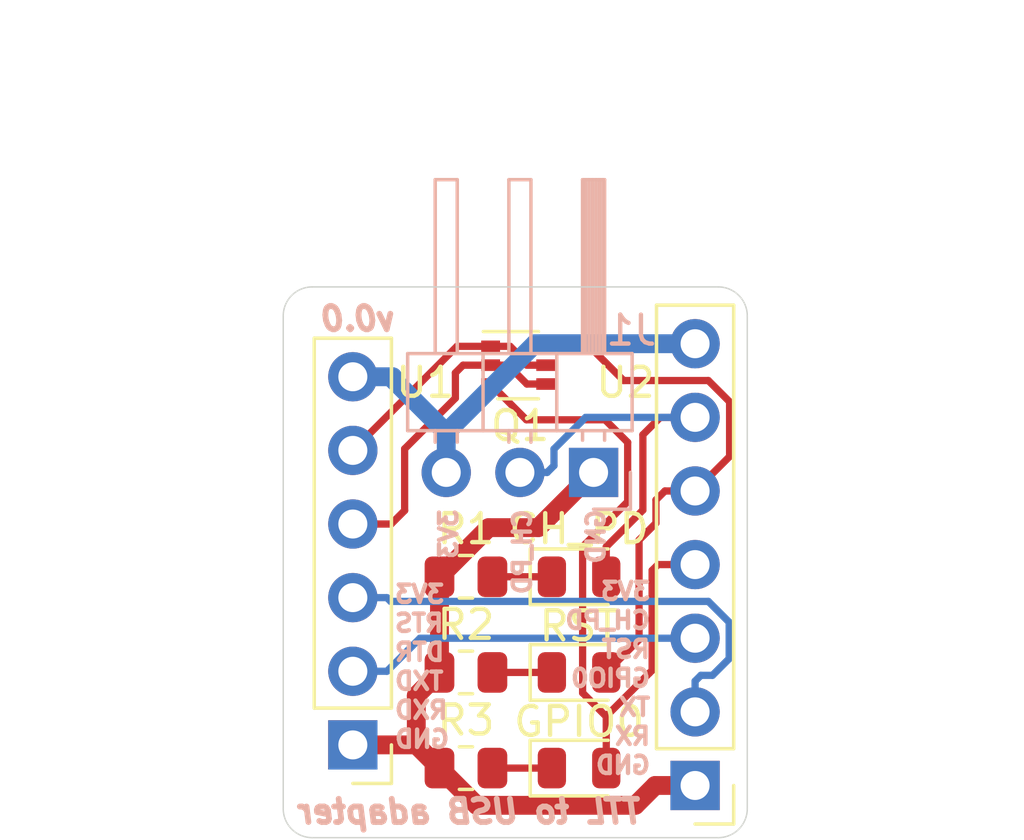
<source format=kicad_pcb>
(kicad_pcb (version 20171130) (host pcbnew "(5.1.9)-1")

  (general
    (thickness 1.6)
    (drawings 40)
    (tracks 88)
    (zones 0)
    (modules 10)
    (nets 13)
  )

  (page A4)
  (title_block
    (title "TTL to USB adapter")
    (date 2021-07-08)
    (rev v0.0)
    (comment 1 https://github.com/paclema/iot-postbox)
    (comment 2 "TTL to USB adapter for IoT-Postbox")
  )

  (layers
    (0 F.Cu signal)
    (31 B.Cu signal)
    (32 B.Adhes user)
    (33 F.Adhes user)
    (34 B.Paste user)
    (35 F.Paste user)
    (36 B.SilkS user)
    (37 F.SilkS user)
    (38 B.Mask user)
    (39 F.Mask user)
    (40 Dwgs.User user)
    (41 Cmts.User user)
    (42 Eco1.User user)
    (43 Eco2.User user)
    (44 Edge.Cuts user)
    (45 Margin user)
    (46 B.CrtYd user hide)
    (47 F.CrtYd user hide)
    (48 B.Fab user hide)
    (49 F.Fab user)
  )

  (setup
    (last_trace_width 0.25)
    (user_trace_width 0.5)
    (user_trace_width 0.8)
    (trace_clearance 0.2)
    (zone_clearance 0.508)
    (zone_45_only no)
    (trace_min 0.2)
    (via_size 0.8)
    (via_drill 0.4)
    (via_min_size 0.4)
    (via_min_drill 0.3)
    (uvia_size 0.3)
    (uvia_drill 0.1)
    (uvias_allowed no)
    (uvia_min_size 0.2)
    (uvia_min_drill 0.1)
    (edge_width 0.05)
    (segment_width 0.2)
    (pcb_text_width 0.3)
    (pcb_text_size 1.5 1.5)
    (mod_edge_width 0.12)
    (mod_text_size 1 1)
    (mod_text_width 0.15)
    (pad_size 1.524 1.524)
    (pad_drill 0.762)
    (pad_to_mask_clearance 0)
    (aux_axis_origin 0 0)
    (grid_origin 154 86)
    (visible_elements 7FF7FFF7)
    (pcbplotparams
      (layerselection 0x010fc_ffffffff)
      (usegerberextensions true)
      (usegerberattributes false)
      (usegerberadvancedattributes false)
      (creategerberjobfile false)
      (excludeedgelayer true)
      (linewidth 0.100000)
      (plotframeref false)
      (viasonmask false)
      (mode 1)
      (useauxorigin true)
      (hpglpennumber 1)
      (hpglpenspeed 20)
      (hpglpendiameter 15.000000)
      (psnegative false)
      (psa4output false)
      (plotreference true)
      (plotvalue true)
      (plotinvisibletext false)
      (padsonsilk false)
      (subtractmaskfromsilk false)
      (outputformat 1)
      (mirror false)
      (drillshape 0)
      (scaleselection 1)
      (outputdirectory "gerber/panelized/"))
  )

  (net 0 "")
  (net 1 /3V3)
  (net 2 /TXD)
  (net 3 /RXD)
  (net 4 /GND)
  (net 5 /CH_PD)
  (net 6 "Net-(D1-Pad1)")
  (net 7 /RST)
  (net 8 "Net-(D2-Pad1)")
  (net 9 /GPIO0)
  (net 10 "Net-(D3-Pad1)")
  (net 11 /RTS)
  (net 12 /DTR)

  (net_class Default "This is the default net class."
    (clearance 0.2)
    (trace_width 0.25)
    (via_dia 0.8)
    (via_drill 0.4)
    (uvia_dia 0.3)
    (uvia_drill 0.1)
    (add_net /CH_PD)
    (add_net /DTR)
    (add_net /GPIO0)
    (add_net /RST)
    (add_net /RTS)
    (add_net /RXD)
    (add_net /TXD)
    (add_net "Net-(D1-Pad1)")
    (add_net "Net-(D2-Pad1)")
    (add_net "Net-(D3-Pad1)")
  )

  (net_class POWER ""
    (clearance 0.2)
    (trace_width 0.65)
    (via_dia 0.8)
    (via_drill 0.4)
    (uvia_dia 0.3)
    (uvia_drill 0.1)
    (add_net /3V3)
    (add_net /GND)
  )

  (module Connector_PinHeader_2.54mm:PinHeader_1x07_P2.54mm_Vertical (layer F.Cu) (tedit 59FED5CC) (tstamp 60E623E1)
    (at 168.2 103.2 180)
    (descr "Through hole straight pin header, 1x07, 2.54mm pitch, single row")
    (tags "Through hole pin header THT 1x07 2.54mm single row")
    (path /60E63523)
    (fp_text reference U2 (at 2.4 13.9) (layer F.SilkS)
      (effects (font (size 1 1) (thickness 0.15)))
    )
    (fp_text value TTL_UART_adapter_iot_postbox (at 0 17.57) (layer F.Fab)
      (effects (font (size 1 1) (thickness 0.15)))
    )
    (fp_line (start -0.635 -1.27) (end 1.27 -1.27) (layer F.Fab) (width 0.1))
    (fp_line (start 1.27 -1.27) (end 1.27 16.51) (layer F.Fab) (width 0.1))
    (fp_line (start 1.27 16.51) (end -1.27 16.51) (layer F.Fab) (width 0.1))
    (fp_line (start -1.27 16.51) (end -1.27 -0.635) (layer F.Fab) (width 0.1))
    (fp_line (start -1.27 -0.635) (end -0.635 -1.27) (layer F.Fab) (width 0.1))
    (fp_line (start -1.33 16.57) (end 1.33 16.57) (layer F.SilkS) (width 0.12))
    (fp_line (start -1.33 1.27) (end -1.33 16.57) (layer F.SilkS) (width 0.12))
    (fp_line (start 1.33 1.27) (end 1.33 16.57) (layer F.SilkS) (width 0.12))
    (fp_line (start -1.33 1.27) (end 1.33 1.27) (layer F.SilkS) (width 0.12))
    (fp_line (start -1.33 0) (end -1.33 -1.33) (layer F.SilkS) (width 0.12))
    (fp_line (start -1.33 -1.33) (end 0 -1.33) (layer F.SilkS) (width 0.12))
    (fp_line (start -1.8 -1.8) (end -1.8 17.05) (layer F.CrtYd) (width 0.05))
    (fp_line (start -1.8 17.05) (end 1.8 17.05) (layer F.CrtYd) (width 0.05))
    (fp_line (start 1.8 17.05) (end 1.8 -1.8) (layer F.CrtYd) (width 0.05))
    (fp_line (start 1.8 -1.8) (end -1.8 -1.8) (layer F.CrtYd) (width 0.05))
    (fp_text user %R (at 0 7.62 90) (layer F.Fab)
      (effects (font (size 1 1) (thickness 0.15)))
    )
    (pad 7 thru_hole oval (at 0 15.24 180) (size 1.7 1.7) (drill 1) (layers *.Cu *.Mask)
      (net 1 /3V3))
    (pad 6 thru_hole oval (at 0 12.7 180) (size 1.7 1.7) (drill 1) (layers *.Cu *.Mask)
      (net 5 /CH_PD))
    (pad 5 thru_hole oval (at 0 10.16 180) (size 1.7 1.7) (drill 1) (layers *.Cu *.Mask)
      (net 7 /RST))
    (pad 4 thru_hole oval (at 0 7.62 180) (size 1.7 1.7) (drill 1) (layers *.Cu *.Mask)
      (net 9 /GPIO0))
    (pad 3 thru_hole oval (at 0 5.08 180) (size 1.7 1.7) (drill 1) (layers *.Cu *.Mask)
      (net 3 /RXD))
    (pad 2 thru_hole oval (at 0 2.54 180) (size 1.7 1.7) (drill 1) (layers *.Cu *.Mask)
      (net 2 /TXD))
    (pad 1 thru_hole rect (at 0 0 180) (size 1.7 1.7) (drill 1) (layers *.Cu *.Mask)
      (net 4 /GND))
    (model ${KISYS3DMOD}/Connector_PinHeader_2.54mm.3dshapes/PinHeader_1x07_P2.54mm_Vertical.wrl
      (at (xyz 0 0 0))
      (scale (xyz 1 1 1))
      (rotate (xyz 0 0 0))
    )
  )

  (module Resistor_SMD:R_0805_2012Metric (layer F.Cu) (tedit 5F68FEEE) (tstamp 60E4E559)
    (at 160.3 102.6)
    (descr "Resistor SMD 0805 (2012 Metric), square (rectangular) end terminal, IPC_7351 nominal, (Body size source: IPC-SM-782 page 72, https://www.pcb-3d.com/wordpress/wp-content/uploads/ipc-sm-782a_amendment_1_and_2.pdf), generated with kicad-footprint-generator")
    (tags resistor)
    (path /60E628A3)
    (attr smd)
    (fp_text reference R3 (at 0 -1.65) (layer F.SilkS)
      (effects (font (size 1 1) (thickness 0.15)))
    )
    (fp_text value 68 (at 0 1.65) (layer F.Fab)
      (effects (font (size 1 1) (thickness 0.15)))
    )
    (fp_line (start -1 0.625) (end -1 -0.625) (layer F.Fab) (width 0.1))
    (fp_line (start -1 -0.625) (end 1 -0.625) (layer F.Fab) (width 0.1))
    (fp_line (start 1 -0.625) (end 1 0.625) (layer F.Fab) (width 0.1))
    (fp_line (start 1 0.625) (end -1 0.625) (layer F.Fab) (width 0.1))
    (fp_line (start -0.227064 -0.735) (end 0.227064 -0.735) (layer F.SilkS) (width 0.12))
    (fp_line (start -0.227064 0.735) (end 0.227064 0.735) (layer F.SilkS) (width 0.12))
    (fp_line (start -1.68 0.95) (end -1.68 -0.95) (layer F.CrtYd) (width 0.05))
    (fp_line (start -1.68 -0.95) (end 1.68 -0.95) (layer F.CrtYd) (width 0.05))
    (fp_line (start 1.68 -0.95) (end 1.68 0.95) (layer F.CrtYd) (width 0.05))
    (fp_line (start 1.68 0.95) (end -1.68 0.95) (layer F.CrtYd) (width 0.05))
    (fp_text user %R (at 0 0) (layer F.Fab)
      (effects (font (size 0.5 0.5) (thickness 0.08)))
    )
    (pad 1 smd roundrect (at -0.9125 0) (size 1.025 1.4) (layers F.Cu F.Paste F.Mask) (roundrect_rratio 0.2439014634146341)
      (net 4 /GND))
    (pad 2 smd roundrect (at 0.9125 0) (size 1.025 1.4) (layers F.Cu F.Paste F.Mask) (roundrect_rratio 0.2439014634146341)
      (net 10 "Net-(D3-Pad1)"))
    (model ${KISYS3DMOD}/Resistor_SMD.3dshapes/R_0805_2012Metric.wrl
      (at (xyz 0 0 0))
      (scale (xyz 1 1 1))
      (rotate (xyz 0 0 0))
    )
  )

  (module Resistor_SMD:R_0805_2012Metric (layer F.Cu) (tedit 5F68FEEE) (tstamp 60E4E7E9)
    (at 160.3 99.3)
    (descr "Resistor SMD 0805 (2012 Metric), square (rectangular) end terminal, IPC_7351 nominal, (Body size source: IPC-SM-782 page 72, https://www.pcb-3d.com/wordpress/wp-content/uploads/ipc-sm-782a_amendment_1_and_2.pdf), generated with kicad-footprint-generator")
    (tags resistor)
    (path /60E61A09)
    (attr smd)
    (fp_text reference R2 (at 0 -1.65) (layer F.SilkS)
      (effects (font (size 1 1) (thickness 0.15)))
    )
    (fp_text value 68 (at 0 1.65) (layer F.Fab)
      (effects (font (size 1 1) (thickness 0.15)))
    )
    (fp_line (start -1 0.625) (end -1 -0.625) (layer F.Fab) (width 0.1))
    (fp_line (start -1 -0.625) (end 1 -0.625) (layer F.Fab) (width 0.1))
    (fp_line (start 1 -0.625) (end 1 0.625) (layer F.Fab) (width 0.1))
    (fp_line (start 1 0.625) (end -1 0.625) (layer F.Fab) (width 0.1))
    (fp_line (start -0.227064 -0.735) (end 0.227064 -0.735) (layer F.SilkS) (width 0.12))
    (fp_line (start -0.227064 0.735) (end 0.227064 0.735) (layer F.SilkS) (width 0.12))
    (fp_line (start -1.68 0.95) (end -1.68 -0.95) (layer F.CrtYd) (width 0.05))
    (fp_line (start -1.68 -0.95) (end 1.68 -0.95) (layer F.CrtYd) (width 0.05))
    (fp_line (start 1.68 -0.95) (end 1.68 0.95) (layer F.CrtYd) (width 0.05))
    (fp_line (start 1.68 0.95) (end -1.68 0.95) (layer F.CrtYd) (width 0.05))
    (fp_text user %R (at 0 0) (layer F.Fab)
      (effects (font (size 0.5 0.5) (thickness 0.08)))
    )
    (pad 1 smd roundrect (at -0.9125 0) (size 1.025 1.4) (layers F.Cu F.Paste F.Mask) (roundrect_rratio 0.2439014634146341)
      (net 4 /GND))
    (pad 2 smd roundrect (at 0.9125 0) (size 1.025 1.4) (layers F.Cu F.Paste F.Mask) (roundrect_rratio 0.2439014634146341)
      (net 8 "Net-(D2-Pad1)"))
    (model ${KISYS3DMOD}/Resistor_SMD.3dshapes/R_0805_2012Metric.wrl
      (at (xyz 0 0 0))
      (scale (xyz 1 1 1))
      (rotate (xyz 0 0 0))
    )
  )

  (module Resistor_SMD:R_0805_2012Metric (layer F.Cu) (tedit 5F68FEEE) (tstamp 60E6BD26)
    (at 160.3 96)
    (descr "Resistor SMD 0805 (2012 Metric), square (rectangular) end terminal, IPC_7351 nominal, (Body size source: IPC-SM-782 page 72, https://www.pcb-3d.com/wordpress/wp-content/uploads/ipc-sm-782a_amendment_1_and_2.pdf), generated with kicad-footprint-generator")
    (tags resistor)
    (path /60E5BC39)
    (attr smd)
    (fp_text reference R1 (at 0 -1.65) (layer F.SilkS)
      (effects (font (size 1 1) (thickness 0.15)))
    )
    (fp_text value 68 (at 0 1.65) (layer F.Fab)
      (effects (font (size 1 1) (thickness 0.15)))
    )
    (fp_line (start -1 0.625) (end -1 -0.625) (layer F.Fab) (width 0.1))
    (fp_line (start -1 -0.625) (end 1 -0.625) (layer F.Fab) (width 0.1))
    (fp_line (start 1 -0.625) (end 1 0.625) (layer F.Fab) (width 0.1))
    (fp_line (start 1 0.625) (end -1 0.625) (layer F.Fab) (width 0.1))
    (fp_line (start -0.227064 -0.735) (end 0.227064 -0.735) (layer F.SilkS) (width 0.12))
    (fp_line (start -0.227064 0.735) (end 0.227064 0.735) (layer F.SilkS) (width 0.12))
    (fp_line (start -1.68 0.95) (end -1.68 -0.95) (layer F.CrtYd) (width 0.05))
    (fp_line (start -1.68 -0.95) (end 1.68 -0.95) (layer F.CrtYd) (width 0.05))
    (fp_line (start 1.68 -0.95) (end 1.68 0.95) (layer F.CrtYd) (width 0.05))
    (fp_line (start 1.68 0.95) (end -1.68 0.95) (layer F.CrtYd) (width 0.05))
    (fp_text user %R (at 0 0) (layer F.Fab)
      (effects (font (size 0.5 0.5) (thickness 0.08)))
    )
    (pad 1 smd roundrect (at -0.9125 0) (size 1.025 1.4) (layers F.Cu F.Paste F.Mask) (roundrect_rratio 0.2439014634146341)
      (net 4 /GND))
    (pad 2 smd roundrect (at 0.9125 0) (size 1.025 1.4) (layers F.Cu F.Paste F.Mask) (roundrect_rratio 0.2439014634146341)
      (net 6 "Net-(D1-Pad1)"))
    (model ${KISYS3DMOD}/Resistor_SMD.3dshapes/R_0805_2012Metric.wrl
      (at (xyz 0 0 0))
      (scale (xyz 1 1 1))
      (rotate (xyz 0 0 0))
    )
  )

  (module Connector_PinHeader_2.54mm:PinHeader_1x03_P2.54mm_Horizontal (layer B.Cu) (tedit 59FED5CB) (tstamp 60E4F9E1)
    (at 164.7 92.4 90)
    (descr "Through hole angled pin header, 1x03, 2.54mm pitch, 6mm pin length, single row")
    (tags "Through hole angled pin header THT 1x03 2.54mm single row")
    (path /60E4CC7C)
    (fp_text reference J1 (at 4.9 1.3) (layer B.SilkS)
      (effects (font (size 1 1) (thickness 0.15)) (justify mirror))
    )
    (fp_text value CH_PD_selector (at -2.9 -3.5 180) (layer B.Fab)
      (effects (font (size 1 1) (thickness 0.15)) (justify mirror))
    )
    (fp_line (start 2.135 1.27) (end 4.04 1.27) (layer B.Fab) (width 0.1))
    (fp_line (start 4.04 1.27) (end 4.04 -6.35) (layer B.Fab) (width 0.1))
    (fp_line (start 4.04 -6.35) (end 1.5 -6.35) (layer B.Fab) (width 0.1))
    (fp_line (start 1.5 -6.35) (end 1.5 0.635) (layer B.Fab) (width 0.1))
    (fp_line (start 1.5 0.635) (end 2.135 1.27) (layer B.Fab) (width 0.1))
    (fp_line (start -0.32 0.32) (end 1.5 0.32) (layer B.Fab) (width 0.1))
    (fp_line (start -0.32 0.32) (end -0.32 -0.32) (layer B.Fab) (width 0.1))
    (fp_line (start -0.32 -0.32) (end 1.5 -0.32) (layer B.Fab) (width 0.1))
    (fp_line (start 4.04 0.32) (end 10.04 0.32) (layer B.Fab) (width 0.1))
    (fp_line (start 10.04 0.32) (end 10.04 -0.32) (layer B.Fab) (width 0.1))
    (fp_line (start 4.04 -0.32) (end 10.04 -0.32) (layer B.Fab) (width 0.1))
    (fp_line (start -0.32 -2.22) (end 1.5 -2.22) (layer B.Fab) (width 0.1))
    (fp_line (start -0.32 -2.22) (end -0.32 -2.86) (layer B.Fab) (width 0.1))
    (fp_line (start -0.32 -2.86) (end 1.5 -2.86) (layer B.Fab) (width 0.1))
    (fp_line (start 4.04 -2.22) (end 10.04 -2.22) (layer B.Fab) (width 0.1))
    (fp_line (start 10.04 -2.22) (end 10.04 -2.86) (layer B.Fab) (width 0.1))
    (fp_line (start 4.04 -2.86) (end 10.04 -2.86) (layer B.Fab) (width 0.1))
    (fp_line (start -0.32 -4.76) (end 1.5 -4.76) (layer B.Fab) (width 0.1))
    (fp_line (start -0.32 -4.76) (end -0.32 -5.4) (layer B.Fab) (width 0.1))
    (fp_line (start -0.32 -5.4) (end 1.5 -5.4) (layer B.Fab) (width 0.1))
    (fp_line (start 4.04 -4.76) (end 10.04 -4.76) (layer B.Fab) (width 0.1))
    (fp_line (start 10.04 -4.76) (end 10.04 -5.4) (layer B.Fab) (width 0.1))
    (fp_line (start 4.04 -5.4) (end 10.04 -5.4) (layer B.Fab) (width 0.1))
    (fp_line (start 1.44 1.33) (end 1.44 -6.41) (layer B.SilkS) (width 0.12))
    (fp_line (start 1.44 -6.41) (end 4.1 -6.41) (layer B.SilkS) (width 0.12))
    (fp_line (start 4.1 -6.41) (end 4.1 1.33) (layer B.SilkS) (width 0.12))
    (fp_line (start 4.1 1.33) (end 1.44 1.33) (layer B.SilkS) (width 0.12))
    (fp_line (start 4.1 0.38) (end 10.1 0.38) (layer B.SilkS) (width 0.12))
    (fp_line (start 10.1 0.38) (end 10.1 -0.38) (layer B.SilkS) (width 0.12))
    (fp_line (start 10.1 -0.38) (end 4.1 -0.38) (layer B.SilkS) (width 0.12))
    (fp_line (start 4.1 0.32) (end 10.1 0.32) (layer B.SilkS) (width 0.12))
    (fp_line (start 4.1 0.2) (end 10.1 0.2) (layer B.SilkS) (width 0.12))
    (fp_line (start 4.1 0.08) (end 10.1 0.08) (layer B.SilkS) (width 0.12))
    (fp_line (start 4.1 -0.04) (end 10.1 -0.04) (layer B.SilkS) (width 0.12))
    (fp_line (start 4.1 -0.16) (end 10.1 -0.16) (layer B.SilkS) (width 0.12))
    (fp_line (start 4.1 -0.28) (end 10.1 -0.28) (layer B.SilkS) (width 0.12))
    (fp_line (start 1.11 0.38) (end 1.44 0.38) (layer B.SilkS) (width 0.12))
    (fp_line (start 1.11 -0.38) (end 1.44 -0.38) (layer B.SilkS) (width 0.12))
    (fp_line (start 1.44 -1.27) (end 4.1 -1.27) (layer B.SilkS) (width 0.12))
    (fp_line (start 4.1 -2.16) (end 10.1 -2.16) (layer B.SilkS) (width 0.12))
    (fp_line (start 10.1 -2.16) (end 10.1 -2.92) (layer B.SilkS) (width 0.12))
    (fp_line (start 10.1 -2.92) (end 4.1 -2.92) (layer B.SilkS) (width 0.12))
    (fp_line (start 1.042929 -2.16) (end 1.44 -2.16) (layer B.SilkS) (width 0.12))
    (fp_line (start 1.042929 -2.92) (end 1.44 -2.92) (layer B.SilkS) (width 0.12))
    (fp_line (start 1.44 -3.81) (end 4.1 -3.81) (layer B.SilkS) (width 0.12))
    (fp_line (start 4.1 -4.7) (end 10.1 -4.7) (layer B.SilkS) (width 0.12))
    (fp_line (start 10.1 -4.7) (end 10.1 -5.46) (layer B.SilkS) (width 0.12))
    (fp_line (start 10.1 -5.46) (end 4.1 -5.46) (layer B.SilkS) (width 0.12))
    (fp_line (start 1.042929 -4.7) (end 1.44 -4.7) (layer B.SilkS) (width 0.12))
    (fp_line (start 1.042929 -5.46) (end 1.44 -5.46) (layer B.SilkS) (width 0.12))
    (fp_line (start -1.27 0) (end -1.27 1.27) (layer B.SilkS) (width 0.12))
    (fp_line (start -1.27 1.27) (end 0 1.27) (layer B.SilkS) (width 0.12))
    (fp_line (start -1.8 1.8) (end -1.8 -6.85) (layer B.CrtYd) (width 0.05))
    (fp_line (start -1.8 -6.85) (end 10.55 -6.85) (layer B.CrtYd) (width 0.05))
    (fp_line (start 10.55 -6.85) (end 10.55 1.8) (layer B.CrtYd) (width 0.05))
    (fp_line (start 10.55 1.8) (end -1.8 1.8) (layer B.CrtYd) (width 0.05))
    (fp_text user %R (at 2.77 -2.54) (layer B.Fab)
      (effects (font (size 1 1) (thickness 0.15)) (justify mirror))
    )
    (pad 1 thru_hole rect (at 0 0 90) (size 1.7 1.7) (drill 1) (layers *.Cu *.Mask)
      (net 4 /GND))
    (pad 2 thru_hole oval (at 0 -2.54 90) (size 1.7 1.7) (drill 1) (layers *.Cu *.Mask)
      (net 5 /CH_PD))
    (pad 3 thru_hole oval (at 0 -5.08 90) (size 1.7 1.7) (drill 1) (layers *.Cu *.Mask)
      (net 1 /3V3))
    (model ${KISYS3DMOD}/Connector_PinHeader_2.54mm.3dshapes/PinHeader_1x03_P2.54mm_Horizontal.wrl
      (at (xyz 0 0 0))
      (scale (xyz 1 1 1))
      (rotate (xyz 0 0 0))
    )
  )

  (module LED_SMD:LED_0805_2012Metric (layer F.Cu) (tedit 5F68FEF1) (tstamp 60E4E8CF)
    (at 164.2 102.6)
    (descr "LED SMD 0805 (2012 Metric), square (rectangular) end terminal, IPC_7351 nominal, (Body size source: https://docs.google.com/spreadsheets/d/1BsfQQcO9C6DZCsRaXUlFlo91Tg2WpOkGARC1WS5S8t0/edit?usp=sharing), generated with kicad-footprint-generator")
    (tags LED)
    (path /60E6289D)
    (attr smd)
    (fp_text reference GPIO0 (at 0 -1.6) (layer F.SilkS)
      (effects (font (size 1 1) (thickness 0.15)))
    )
    (fp_text value GPIO0 (at 0 1.65) (layer F.Fab)
      (effects (font (size 1 1) (thickness 0.15)))
    )
    (fp_line (start 1 -0.6) (end -0.7 -0.6) (layer F.Fab) (width 0.1))
    (fp_line (start -0.7 -0.6) (end -1 -0.3) (layer F.Fab) (width 0.1))
    (fp_line (start -1 -0.3) (end -1 0.6) (layer F.Fab) (width 0.1))
    (fp_line (start -1 0.6) (end 1 0.6) (layer F.Fab) (width 0.1))
    (fp_line (start 1 0.6) (end 1 -0.6) (layer F.Fab) (width 0.1))
    (fp_line (start 1 -0.96) (end -1.685 -0.96) (layer F.SilkS) (width 0.12))
    (fp_line (start -1.685 -0.96) (end -1.685 0.96) (layer F.SilkS) (width 0.12))
    (fp_line (start -1.685 0.96) (end 1 0.96) (layer F.SilkS) (width 0.12))
    (fp_line (start -1.68 0.95) (end -1.68 -0.95) (layer F.CrtYd) (width 0.05))
    (fp_line (start -1.68 -0.95) (end 1.68 -0.95) (layer F.CrtYd) (width 0.05))
    (fp_line (start 1.68 -0.95) (end 1.68 0.95) (layer F.CrtYd) (width 0.05))
    (fp_line (start 1.68 0.95) (end -1.68 0.95) (layer F.CrtYd) (width 0.05))
    (fp_text user %R (at 0 0) (layer F.Fab)
      (effects (font (size 0.5 0.5) (thickness 0.08)))
    )
    (pad 1 smd roundrect (at -0.9375 0) (size 0.975 1.4) (layers F.Cu F.Paste F.Mask) (roundrect_rratio 0.25)
      (net 10 "Net-(D3-Pad1)"))
    (pad 2 smd roundrect (at 0.9375 0) (size 0.975 1.4) (layers F.Cu F.Paste F.Mask) (roundrect_rratio 0.25)
      (net 9 /GPIO0))
    (model ${KISYS3DMOD}/LED_SMD.3dshapes/LED_0805_2012Metric.wrl
      (at (xyz 0 0 0))
      (scale (xyz 1 1 1))
      (rotate (xyz 0 0 0))
    )
  )

  (module LED_SMD:LED_0805_2012Metric (layer F.Cu) (tedit 5F68FEF1) (tstamp 60E4E81B)
    (at 164.2 99.3)
    (descr "LED SMD 0805 (2012 Metric), square (rectangular) end terminal, IPC_7351 nominal, (Body size source: https://docs.google.com/spreadsheets/d/1BsfQQcO9C6DZCsRaXUlFlo91Tg2WpOkGARC1WS5S8t0/edit?usp=sharing), generated with kicad-footprint-generator")
    (tags LED)
    (path /60E61A03)
    (attr smd)
    (fp_text reference RST (at 0 -1.6) (layer F.SilkS)
      (effects (font (size 1 1) (thickness 0.15)))
    )
    (fp_text value RST (at 0 1.65) (layer F.Fab)
      (effects (font (size 1 1) (thickness 0.15)))
    )
    (fp_line (start 1 -0.6) (end -0.7 -0.6) (layer F.Fab) (width 0.1))
    (fp_line (start -0.7 -0.6) (end -1 -0.3) (layer F.Fab) (width 0.1))
    (fp_line (start -1 -0.3) (end -1 0.6) (layer F.Fab) (width 0.1))
    (fp_line (start -1 0.6) (end 1 0.6) (layer F.Fab) (width 0.1))
    (fp_line (start 1 0.6) (end 1 -0.6) (layer F.Fab) (width 0.1))
    (fp_line (start 1 -0.96) (end -1.685 -0.96) (layer F.SilkS) (width 0.12))
    (fp_line (start -1.685 -0.96) (end -1.685 0.96) (layer F.SilkS) (width 0.12))
    (fp_line (start -1.685 0.96) (end 1 0.96) (layer F.SilkS) (width 0.12))
    (fp_line (start -1.68 0.95) (end -1.68 -0.95) (layer F.CrtYd) (width 0.05))
    (fp_line (start -1.68 -0.95) (end 1.68 -0.95) (layer F.CrtYd) (width 0.05))
    (fp_line (start 1.68 -0.95) (end 1.68 0.95) (layer F.CrtYd) (width 0.05))
    (fp_line (start 1.68 0.95) (end -1.68 0.95) (layer F.CrtYd) (width 0.05))
    (fp_text user %R (at 0 0) (layer F.Fab)
      (effects (font (size 0.5 0.5) (thickness 0.08)))
    )
    (pad 1 smd roundrect (at -0.9375 0) (size 0.975 1.4) (layers F.Cu F.Paste F.Mask) (roundrect_rratio 0.25)
      (net 8 "Net-(D2-Pad1)"))
    (pad 2 smd roundrect (at 0.9375 0) (size 0.975 1.4) (layers F.Cu F.Paste F.Mask) (roundrect_rratio 0.25)
      (net 7 /RST))
    (model ${KISYS3DMOD}/LED_SMD.3dshapes/LED_0805_2012Metric.wrl
      (at (xyz 0 0 0))
      (scale (xyz 1 1 1))
      (rotate (xyz 0 0 0))
    )
  )

  (module LED_SMD:LED_0805_2012Metric (layer F.Cu) (tedit 5F68FEF1) (tstamp 60E4D2AB)
    (at 164.2 96)
    (descr "LED SMD 0805 (2012 Metric), square (rectangular) end terminal, IPC_7351 nominal, (Body size source: https://docs.google.com/spreadsheets/d/1BsfQQcO9C6DZCsRaXUlFlo91Tg2WpOkGARC1WS5S8t0/edit?usp=sharing), generated with kicad-footprint-generator")
    (tags LED)
    (path /60E53F08)
    (attr smd)
    (fp_text reference CH_PD (at 0 -1.65) (layer F.SilkS)
      (effects (font (size 1 1) (thickness 0.15)))
    )
    (fp_text value EN (at 0 1.65) (layer F.Fab)
      (effects (font (size 1 1) (thickness 0.15)))
    )
    (fp_line (start 1 -0.6) (end -0.7 -0.6) (layer F.Fab) (width 0.1))
    (fp_line (start -0.7 -0.6) (end -1 -0.3) (layer F.Fab) (width 0.1))
    (fp_line (start -1 -0.3) (end -1 0.6) (layer F.Fab) (width 0.1))
    (fp_line (start -1 0.6) (end 1 0.6) (layer F.Fab) (width 0.1))
    (fp_line (start 1 0.6) (end 1 -0.6) (layer F.Fab) (width 0.1))
    (fp_line (start 1 -0.96) (end -1.685 -0.96) (layer F.SilkS) (width 0.12))
    (fp_line (start -1.685 -0.96) (end -1.685 0.96) (layer F.SilkS) (width 0.12))
    (fp_line (start -1.685 0.96) (end 1 0.96) (layer F.SilkS) (width 0.12))
    (fp_line (start -1.68 0.95) (end -1.68 -0.95) (layer F.CrtYd) (width 0.05))
    (fp_line (start -1.68 -0.95) (end 1.68 -0.95) (layer F.CrtYd) (width 0.05))
    (fp_line (start 1.68 -0.95) (end 1.68 0.95) (layer F.CrtYd) (width 0.05))
    (fp_line (start 1.68 0.95) (end -1.68 0.95) (layer F.CrtYd) (width 0.05))
    (fp_text user %R (at 0 0) (layer F.Fab)
      (effects (font (size 0.5 0.5) (thickness 0.08)))
    )
    (pad 1 smd roundrect (at -0.9375 0) (size 0.975 1.4) (layers F.Cu F.Paste F.Mask) (roundrect_rratio 0.25)
      (net 6 "Net-(D1-Pad1)"))
    (pad 2 smd roundrect (at 0.9375 0) (size 0.975 1.4) (layers F.Cu F.Paste F.Mask) (roundrect_rratio 0.25)
      (net 5 /CH_PD))
    (model ${KISYS3DMOD}/LED_SMD.3dshapes/LED_0805_2012Metric.wrl
      (at (xyz 0 0 0))
      (scale (xyz 1 1 1))
      (rotate (xyz 0 0 0))
    )
  )

  (module Connector_PinHeader_2.54mm:PinHeader_1x06_P2.54mm_Vertical (layer F.Cu) (tedit 59FED5CC) (tstamp 60E4C95D)
    (at 156.4 101.8 180)
    (descr "Through hole straight pin header, 1x06, 2.54mm pitch, single row")
    (tags "Through hole pin header THT 1x06 2.54mm single row")
    (path /60E490DC)
    (fp_text reference U1 (at -2.5 12.5) (layer F.SilkS)
      (effects (font (size 1 1) (thickness 0.15)))
    )
    (fp_text value USB_to_TTL (at 0 15.03) (layer F.Fab)
      (effects (font (size 1 1) (thickness 0.15)))
    )
    (fp_line (start -0.635 -1.27) (end 1.27 -1.27) (layer F.Fab) (width 0.1))
    (fp_line (start 1.27 -1.27) (end 1.27 13.97) (layer F.Fab) (width 0.1))
    (fp_line (start 1.27 13.97) (end -1.27 13.97) (layer F.Fab) (width 0.1))
    (fp_line (start -1.27 13.97) (end -1.27 -0.635) (layer F.Fab) (width 0.1))
    (fp_line (start -1.27 -0.635) (end -0.635 -1.27) (layer F.Fab) (width 0.1))
    (fp_line (start -1.33 14.03) (end 1.33 14.03) (layer F.SilkS) (width 0.12))
    (fp_line (start -1.33 1.27) (end -1.33 14.03) (layer F.SilkS) (width 0.12))
    (fp_line (start 1.33 1.27) (end 1.33 14.03) (layer F.SilkS) (width 0.12))
    (fp_line (start -1.33 1.27) (end 1.33 1.27) (layer F.SilkS) (width 0.12))
    (fp_line (start -1.33 0) (end -1.33 -1.33) (layer F.SilkS) (width 0.12))
    (fp_line (start -1.33 -1.33) (end 0 -1.33) (layer F.SilkS) (width 0.12))
    (fp_line (start -1.8 -1.8) (end -1.8 14.5) (layer F.CrtYd) (width 0.05))
    (fp_line (start -1.8 14.5) (end 1.8 14.5) (layer F.CrtYd) (width 0.05))
    (fp_line (start 1.8 14.5) (end 1.8 -1.8) (layer F.CrtYd) (width 0.05))
    (fp_line (start 1.8 -1.8) (end -1.8 -1.8) (layer F.CrtYd) (width 0.05))
    (fp_text user %R (at 0 6.35 90) (layer F.Fab)
      (effects (font (size 1 1) (thickness 0.15)))
    )
    (pad 6 thru_hole oval (at 0 12.7 180) (size 1.7 1.7) (drill 1) (layers *.Cu *.Mask)
      (net 1 /3V3))
    (pad 5 thru_hole oval (at 0 10.16 180) (size 1.7 1.7) (drill 1) (layers *.Cu *.Mask)
      (net 11 /RTS))
    (pad 4 thru_hole oval (at 0 7.62 180) (size 1.7 1.7) (drill 1) (layers *.Cu *.Mask)
      (net 12 /DTR))
    (pad 3 thru_hole oval (at 0 5.08 180) (size 1.7 1.7) (drill 1) (layers *.Cu *.Mask)
      (net 2 /TXD))
    (pad 2 thru_hole oval (at 0 2.54 180) (size 1.7 1.7) (drill 1) (layers *.Cu *.Mask)
      (net 3 /RXD))
    (pad 1 thru_hole rect (at 0 0 180) (size 1.7 1.7) (drill 1) (layers *.Cu *.Mask)
      (net 4 /GND))
    (model ${KISYS3DMOD}/Connector_PinHeader_2.54mm.3dshapes/PinHeader_1x06_P2.54mm_Vertical.wrl
      (at (xyz 0 0 0))
      (scale (xyz 1 1 1))
      (rotate (xyz 0 0 0))
    )
  )

  (module Package_TO_SOT_SMD:SOT-363_SC-70-6 (layer F.Cu) (tedit 5A02FF57) (tstamp 60E4CACE)
    (at 162.1 88.7)
    (descr "SOT-363, SC-70-6")
    (tags "SOT-363 SC-70-6")
    (path /60E48787)
    (attr smd)
    (fp_text reference Q1 (at 0.0663 2.0923) (layer F.SilkS)
      (effects (font (size 1 1) (thickness 0.15)))
    )
    (fp_text value UMH3N (at 0 2 180) (layer F.Fab)
      (effects (font (size 1 1) (thickness 0.15)))
    )
    (fp_line (start -0.175 -1.1) (end -0.675 -0.6) (layer F.Fab) (width 0.1))
    (fp_line (start 0.675 1.1) (end -0.675 1.1) (layer F.Fab) (width 0.1))
    (fp_line (start 0.675 -1.1) (end 0.675 1.1) (layer F.Fab) (width 0.1))
    (fp_line (start -1.6 1.4) (end 1.6 1.4) (layer F.CrtYd) (width 0.05))
    (fp_line (start -0.675 -0.6) (end -0.675 1.1) (layer F.Fab) (width 0.1))
    (fp_line (start 0.675 -1.1) (end -0.175 -1.1) (layer F.Fab) (width 0.1))
    (fp_line (start -1.6 -1.4) (end 1.6 -1.4) (layer F.CrtYd) (width 0.05))
    (fp_line (start -1.6 -1.4) (end -1.6 1.4) (layer F.CrtYd) (width 0.05))
    (fp_line (start 1.6 1.4) (end 1.6 -1.4) (layer F.CrtYd) (width 0.05))
    (fp_line (start -0.7 1.16) (end 0.7 1.16) (layer F.SilkS) (width 0.12))
    (fp_line (start 0.7 -1.16) (end -1.2 -1.16) (layer F.SilkS) (width 0.12))
    (fp_text user %R (at 0 0 90) (layer F.Fab)
      (effects (font (size 0.5 0.5) (thickness 0.075)))
    )
    (pad 1 smd rect (at -0.95 -0.65) (size 0.65 0.4) (layers F.Cu F.Paste F.Mask)
      (net 11 /RTS))
    (pad 3 smd rect (at -0.95 0.65) (size 0.65 0.4) (layers F.Cu F.Paste F.Mask)
      (net 9 /GPIO0))
    (pad 5 smd rect (at 0.95 0) (size 0.65 0.4) (layers F.Cu F.Paste F.Mask)
      (net 11 /RTS))
    (pad 2 smd rect (at -0.95 0) (size 0.65 0.4) (layers F.Cu F.Paste F.Mask)
      (net 12 /DTR))
    (pad 4 smd rect (at 0.95 0.65) (size 0.65 0.4) (layers F.Cu F.Paste F.Mask)
      (net 12 /DTR))
    (pad 6 smd rect (at 0.95 -0.65) (size 0.65 0.4) (layers F.Cu F.Paste F.Mask)
      (net 7 /RST))
    (model ${KISYS3DMOD}/Package_TO_SOT_SMD.3dshapes/SOT-363_SC-70-6.wrl
      (at (xyz 0 0 0))
      (scale (xyz 1 1 1))
      (rotate (xyz 0 0 0))
    )
  )

  (gr_text v0.0 (at 158 87.1) (layer B.SilkS) (tstamp 60E6C436)
    (effects (font (size 0.8 0.8) (thickness 0.2) italic) (justify left mirror))
  )
  (gr_text "TTL to USB adapter" (at 166.5 104.1) (layer B.SilkS) (tstamp 60E6C37A)
    (effects (font (size 0.8 0.8) (thickness 0.2) italic) (justify left mirror))
  )
  (gr_text GND (at 166.728573 102.5) (layer B.SilkS) (tstamp 60E6C2AD)
    (effects (font (size 0.6 0.6) (thickness 0.15)) (justify left mirror))
  )
  (gr_text RX (at 166.728573 101.5) (layer B.SilkS) (tstamp 60E6C2A4)
    (effects (font (size 0.6 0.6) (thickness 0.15)) (justify left mirror))
  )
  (gr_text TX (at 166.728573 100.5) (layer B.SilkS) (tstamp 60E6C2A3)
    (effects (font (size 0.6 0.6) (thickness 0.15)) (justify left mirror))
  )
  (gr_text CH_PD (at 166.728573 97.5) (layer B.SilkS) (tstamp 60E6C2A2)
    (effects (font (size 0.6 0.6) (thickness 0.15)) (justify left mirror))
  )
  (gr_text 3V3 (at 166.728573 96.5) (layer B.SilkS) (tstamp 60E6C2A1)
    (effects (font (size 0.6 0.6) (thickness 0.15)) (justify left mirror))
  )
  (gr_text GPIO0 (at 166.728573 99.5) (layer B.SilkS) (tstamp 60E6C2A0)
    (effects (font (size 0.6 0.6) (thickness 0.15)) (justify left mirror))
  )
  (gr_text RST (at 166.728573 98.5) (layer B.SilkS) (tstamp 60E6C29F)
    (effects (font (size 0.6 0.6) (thickness 0.15)) (justify left mirror))
  )
  (gr_text GND (at 159.800001 101.6) (layer B.SilkS) (tstamp 60E6C191)
    (effects (font (size 0.6 0.6) (thickness 0.15)) (justify left mirror))
  )
  (gr_text RXD (at 159.742859 100.6) (layer B.SilkS) (tstamp 60E6C194)
    (effects (font (size 0.6 0.6) (thickness 0.15)) (justify left mirror))
  )
  (gr_text TXD (at 159.600001 99.6) (layer B.SilkS) (tstamp 60E6C19D)
    (effects (font (size 0.6 0.6) (thickness 0.15)) (justify left mirror))
  )
  (gr_text DTR (at 159.628573 98.6) (layer B.SilkS) (tstamp 60E6C1A0)
    (effects (font (size 0.6 0.6) (thickness 0.15)) (justify left mirror))
  )
  (gr_text RTS (at 159.600001 97.6) (layer B.SilkS) (tstamp 60E6C197)
    (effects (font (size 0.6 0.6) (thickness 0.15)) (justify left mirror))
  )
  (gr_text 3V3 (at 159.628573 96.6) (layer B.SilkS) (tstamp 60E6C19A)
    (effects (font (size 0.6 0.6) (thickness 0.15)) (justify left mirror))
  )
  (gr_text GND (at 164.78 93.6 90) (layer B.SilkS) (tstamp 60E6BE02)
    (effects (font (size 0.6 0.6) (thickness 0.15)) (justify left mirror))
  )
  (gr_text CH_PD (at 162.24 93.6 90) (layer B.SilkS) (tstamp 60E6BE00)
    (effects (font (size 0.6 0.6) (thickness 0.15)) (justify left mirror))
  )
  (gr_text 3V3 (at 159.7 93.6 90) (layer B.SilkS)
    (effects (font (size 0.6 0.6) (thickness 0.15)) (justify left mirror))
  )
  (gr_line (start 155 86) (end 169 86) (layer Edge.Cuts) (width 0.05) (tstamp 60E6B4DE))
  (gr_line (start 154 104) (end 154 87) (layer Edge.Cuts) (width 0.05) (tstamp 60E6B4DD))
  (gr_line (start 169 105) (end 155 105) (layer Edge.Cuts) (width 0.05) (tstamp 60E6B4DC))
  (gr_line (start 170 87) (end 170 104) (layer Edge.Cuts) (width 0.05) (tstamp 60E6B4DB))
  (dimension 19 (width 0.15) (layer Dwgs.User) (tstamp 60E6C18C)
    (gr_text "19.000 mm" (at 147.9 95.5 90) (layer Dwgs.User) (tstamp 60E6C18C)
      (effects (font (size 1 1) (thickness 0.15)))
    )
    (feature1 (pts (xy 154 86) (xy 148.613579 86)))
    (feature2 (pts (xy 154 105) (xy 148.613579 105)))
    (crossbar (pts (xy 149.2 105) (xy 149.2 86)))
    (arrow1a (pts (xy 149.2 86) (xy 149.786421 87.126504)))
    (arrow1b (pts (xy 149.2 86) (xy 148.613579 87.126504)))
    (arrow2a (pts (xy 149.2 105) (xy 149.786421 103.873496)))
    (arrow2b (pts (xy 149.2 105) (xy 148.613579 103.873496)))
  )
  (gr_arc (start 155 104) (end 154 104) (angle -90) (layer Edge.Cuts) (width 0.05))
  (gr_line (start 155 104) (end 154 104) (layer Dwgs.User) (width 0.15))
  (gr_line (start 155 105) (end 155 104) (layer Dwgs.User) (width 0.15))
  (gr_line (start 154 105) (end 155 105) (layer Dwgs.User) (width 0.15))
  (gr_arc (start 155 87) (end 155 86) (angle -90) (layer Edge.Cuts) (width 0.05))
  (gr_line (start 155 87) (end 154 87) (layer Dwgs.User) (width 0.15))
  (gr_line (start 155 86) (end 155 87) (layer Dwgs.User) (width 0.15))
  (gr_line (start 154 86) (end 155 86) (layer Dwgs.User) (width 0.15))
  (gr_arc (start 169 87) (end 170 87) (angle -90) (layer Edge.Cuts) (width 0.05))
  (gr_line (start 169 87) (end 170 87) (layer Dwgs.User) (width 0.15))
  (gr_line (start 169 86) (end 169 87) (layer Dwgs.User) (width 0.15))
  (gr_line (start 170 86) (end 169 86) (layer Dwgs.User) (width 0.15))
  (gr_arc (start 169 104) (end 169 105) (angle -90) (layer Edge.Cuts) (width 0.05))
  (gr_line (start 169 104) (end 170 104) (layer Dwgs.User) (width 0.15))
  (gr_line (start 169 105) (end 169 104) (layer Dwgs.User) (width 0.15))
  (gr_line (start 170 105) (end 169 105) (layer Dwgs.User) (width 0.15))
  (dimension 16 (width 0.15) (layer Dwgs.User)
    (gr_text "16.000 mm" (at 162 76.8) (layer Dwgs.User)
      (effects (font (size 1 1) (thickness 0.15)))
    )
    (feature1 (pts (xy 170 86) (xy 170 77.513579)))
    (feature2 (pts (xy 154 86) (xy 154 77.513579)))
    (crossbar (pts (xy 154 78.1) (xy 170 78.1)))
    (arrow1a (pts (xy 170 78.1) (xy 168.873496 78.686421)))
    (arrow1b (pts (xy 170 78.1) (xy 168.873496 77.513579)))
    (arrow2a (pts (xy 154 78.1) (xy 155.126504 78.686421)))
    (arrow2b (pts (xy 154 78.1) (xy 155.126504 77.513579)))
  )

  (segment (start 168.2 87.96) (end 162.6847 87.96) (width 0.65) (layer B.Cu) (net 1))
  (segment (start 162.6847 87.96) (end 159.62 91.0247) (width 0.65) (layer B.Cu) (net 1))
  (segment (start 157.7753 89.1) (end 157.7753 89.18) (width 0.65) (layer B.Cu) (net 1))
  (segment (start 157.7753 89.18) (end 159.62 91.0247) (width 0.65) (layer B.Cu) (net 1))
  (segment (start 156.4 89.1) (end 157.7753 89.1) (width 0.65) (layer B.Cu) (net 1))
  (segment (start 159.62 92.4) (end 159.62 91.0247) (width 0.65) (layer B.Cu) (net 1))
  (segment (start 168.2 100.66) (end 168.2 99.6) (width 0.25) (layer B.Cu) (net 2))
  (segment (start 168.2 99.6) (end 168.4 99.4) (width 0.25) (layer B.Cu) (net 2))
  (segment (start 169.3753 98.8247) (end 168.8 99.4) (width 0.25) (layer B.Cu) (net 2))
  (segment (start 169.3753 97.568) (end 169.3753 98.8247) (width 0.25) (layer B.Cu) (net 2))
  (segment (start 168.6573 96.85) (end 169.3753 97.568) (width 0.25) (layer B.Cu) (net 2))
  (segment (start 157.7053 96.85) (end 168.6573 96.85) (width 0.25) (layer B.Cu) (net 2))
  (segment (start 157.5753 96.72) (end 157.7053 96.85) (width 0.25) (layer B.Cu) (net 2))
  (segment (start 156.4 96.72) (end 157.5753 96.72) (width 0.25) (layer B.Cu) (net 2))
  (segment (start 168.4 99.4) (end 168.8 99.4) (width 0.25) (layer B.Cu) (net 2))
  (segment (start 156.4 99.26) (end 157.5753 99.26) (width 0.25) (layer B.Cu) (net 3))
  (segment (start 157.5753 99.26) (end 158.7153 98.12) (width 0.25) (layer B.Cu) (net 3))
  (segment (start 158.7153 98.12) (end 168.2 98.12) (width 0.25) (layer B.Cu) (net 3))
  (segment (start 168.2 103.2) (end 166.8247 103.2) (width 0.65) (layer F.Cu) (net 4))
  (segment (start 159.3875 102.6) (end 160.6722 103.8847) (width 0.65) (layer F.Cu) (net 4))
  (segment (start 160.6722 103.8847) (end 166.14 103.8847) (width 0.65) (layer F.Cu) (net 4))
  (segment (start 166.14 103.8847) (end 166.8247 103.2) (width 0.65) (layer F.Cu) (net 4))
  (segment (start 158.5875 101.8) (end 159.3875 102.6) (width 0.65) (layer F.Cu) (net 4))
  (segment (start 159.3875 99.3) (end 158.5875 100.1) (width 0.65) (layer F.Cu) (net 4))
  (segment (start 158.5875 100.1) (end 158.5875 101.8) (width 0.65) (layer F.Cu) (net 4))
  (segment (start 159.3875 96) (end 159.3875 99.3) (width 0.65) (layer F.Cu) (net 4))
  (segment (start 156.4 101.8) (end 158.5875 101.8) (width 0.65) (layer F.Cu) (net 4))
  (segment (start 164.7 92.4) (end 162.7952 94.3048) (width 0.65) (layer F.Cu) (net 4))
  (segment (start 162.7952 94.3048) (end 161.0827 94.3048) (width 0.65) (layer F.Cu) (net 4))
  (segment (start 161.0827 94.3048) (end 159.3875 96) (width 0.65) (layer F.Cu) (net 4))
  (segment (start 163.3353 91.592) (end 164.4273 90.5) (width 0.25) (layer B.Cu) (net 5))
  (segment (start 164.4273 90.5) (end 168.2 90.5) (width 0.25) (layer B.Cu) (net 5))
  (segment (start 165.1375 96) (end 165.1375 94.9625) (width 0.25) (layer F.Cu) (net 5))
  (segment (start 165.1375 94.9625) (end 166.4 93.7) (width 0.25) (layer F.Cu) (net 5))
  (segment (start 166.4 93.7) (end 166.4 91.1) (width 0.25) (layer F.Cu) (net 5))
  (segment (start 167 90.5) (end 168.2 90.5) (width 0.25) (layer F.Cu) (net 5))
  (segment (start 166.4 91.1) (end 167 90.5) (width 0.25) (layer F.Cu) (net 5))
  (segment (start 162.16 92.4) (end 163.1 92.4) (width 0.25) (layer B.Cu) (net 5))
  (segment (start 163.3353 92.1647) (end 163.3353 91.592) (width 0.25) (layer B.Cu) (net 5))
  (segment (start 163.1 92.4) (end 163.3353 92.1647) (width 0.25) (layer B.Cu) (net 5))
  (segment (start 163.2625 96) (end 161.2125 96) (width 0.25) (layer F.Cu) (net 6))
  (segment (start 163.05 88.05) (end 164.5554 88.05) (width 0.25) (layer F.Cu) (net 7))
  (segment (start 164.5554 88.05) (end 165.7354 89.23) (width 0.25) (layer F.Cu) (net 7))
  (segment (start 165.7354 89.23) (end 168.6573 89.23) (width 0.25) (layer F.Cu) (net 7))
  (segment (start 168.6573 89.23) (end 169.3895 89.9622) (width 0.25) (layer F.Cu) (net 7))
  (segment (start 169.3895 89.9622) (end 169.3895 91.8505) (width 0.25) (layer F.Cu) (net 7))
  (segment (start 169.3895 91.8505) (end 168.2 93.04) (width 0.25) (layer F.Cu) (net 7))
  (segment (start 168.2 93.04) (end 167.16 93.04) (width 0.25) (layer F.Cu) (net 7))
  (segment (start 166.85001 93.34999) (end 166.85001 94.14999) (width 0.25) (layer F.Cu) (net 7))
  (segment (start 167.16 93.04) (end 166.85001 93.34999) (width 0.25) (layer F.Cu) (net 7))
  (segment (start 166.85001 94.14999) (end 166.26875 94.73125) (width 0.25) (layer F.Cu) (net 7))
  (segment (start 166.26875 94.73125) (end 166.26875 98.16875) (width 0.25) (layer F.Cu) (net 7))
  (segment (start 166.26875 98.16875) (end 165.1375 99.3) (width 0.25) (layer F.Cu) (net 7))
  (segment (start 163.2625 99.3) (end 161.2125 99.3) (width 0.25) (layer F.Cu) (net 8))
  (segment (start 165.1375 102.6) (end 165.1375 100.8213) (width 0.25) (layer F.Cu) (net 9))
  (segment (start 165.1375 100.8213) (end 165.1312 100.815) (width 0.25) (layer F.Cu) (net 9))
  (segment (start 161.15 89.35) (end 162.3843 90.5843) (width 0.25) (layer F.Cu) (net 9))
  (segment (start 162.3843 90.5843) (end 165.0976 90.5843) (width 0.25) (layer F.Cu) (net 9))
  (segment (start 165.0976 90.5843) (end 165.8754 91.3621) (width 0.25) (layer F.Cu) (net 9))
  (segment (start 165.8754 91.3621) (end 165.8754 93.4095) (width 0.25) (layer F.Cu) (net 9))
  (segment (start 165.8754 93.4095) (end 164.3217 94.9632) (width 0.25) (layer F.Cu) (net 9))
  (segment (start 164.3217 94.9632) (end 164.3217 100.0055) (width 0.25) (layer F.Cu) (net 9))
  (segment (start 164.3217 100.0055) (end 165.1312 100.815) (width 0.25) (layer F.Cu) (net 9))
  (segment (start 168.2 95.58) (end 168.2 96.2) (width 0.25) (layer F.Cu) (net 9))
  (segment (start 168.2 95.58) (end 166.92 95.58) (width 0.25) (layer F.Cu) (net 9))
  (segment (start 166.92 95.58) (end 166.71876 95.78124) (width 0.25) (layer F.Cu) (net 9))
  (segment (start 166.71876 99.22744) (end 166.6231 99.3231) (width 0.25) (layer F.Cu) (net 9))
  (segment (start 166.71876 95.78124) (end 166.71876 99.22744) (width 0.25) (layer F.Cu) (net 9))
  (segment (start 165.1312 100.815) (end 166.6231 99.3231) (width 0.25) (layer F.Cu) (net 9))
  (segment (start 163.2625 102.6) (end 161.2125 102.6) (width 0.25) (layer F.Cu) (net 10))
  (segment (start 156.4 91.64) (end 159.99 88.05) (width 0.25) (layer F.Cu) (net 11))
  (segment (start 159.99 88.05) (end 161.15 88.05) (width 0.25) (layer F.Cu) (net 11))
  (segment (start 163.05 88.7) (end 162.3997 88.7) (width 0.25) (layer F.Cu) (net 11))
  (segment (start 161.15 88.05) (end 161.8231 88.05) (width 0.25) (layer F.Cu) (net 11))
  (segment (start 161.8231 88.05) (end 162.3997 88.6266) (width 0.25) (layer F.Cu) (net 11))
  (segment (start 162.3997 88.6266) (end 162.3997 88.7) (width 0.25) (layer F.Cu) (net 11))
  (segment (start 161.4752 88.7) (end 161.15 88.7) (width 0.25) (layer F.Cu) (net 12))
  (segment (start 161.4752 88.7) (end 161.8003 88.7) (width 0.25) (layer F.Cu) (net 12))
  (segment (start 163.05 89.35) (end 162.3997 89.35) (width 0.25) (layer F.Cu) (net 12))
  (segment (start 162.3997 89.35) (end 161.8003 88.7506) (width 0.25) (layer F.Cu) (net 12))
  (segment (start 161.8003 88.7506) (end 161.8003 88.7) (width 0.25) (layer F.Cu) (net 12))
  (segment (start 156.4 94.18) (end 157.72 94.18) (width 0.25) (layer F.Cu) (net 12))
  (segment (start 158.18605 93.71395) (end 158.18605 91.58605) (width 0.25) (layer F.Cu) (net 12))
  (segment (start 157.72 94.18) (end 158.18605 93.71395) (width 0.25) (layer F.Cu) (net 12))
  (segment (start 161.15 88.7) (end 160.2 88.7) (width 0.25) (layer F.Cu) (net 12))
  (segment (start 159.93605 88.96395) (end 159.93605 89.83605) (width 0.25) (layer F.Cu) (net 12))
  (segment (start 160.2 88.7) (end 159.93605 88.96395) (width 0.25) (layer F.Cu) (net 12))
  (segment (start 159.93605 89.83605) (end 158.18605 91.58605) (width 0.25) (layer F.Cu) (net 12))

)

</source>
